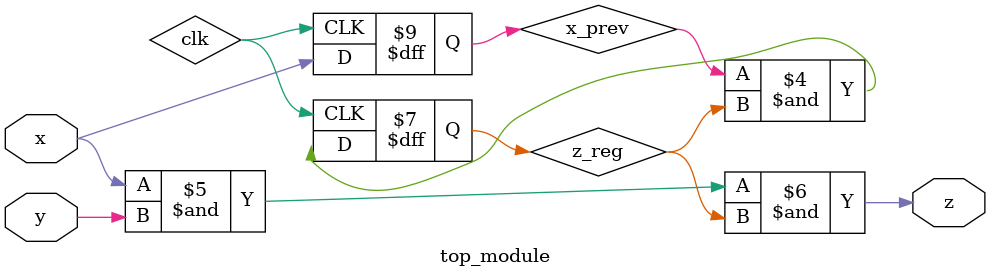
<source format=sv>
module top_module(
    input x,
    input y,
    output z);

// D flip-flop for storing the previous value of x
reg x_prev;
always @(posedge clk) begin
    x_prev <= x;
end

// D flip-flop for storing the previous value of y
reg y_prev;
always @(posedge clk) begin
    y_prev <= y;
end

// D flip-flop for storing the current value of z
reg z_reg;
always @(posedge clk) begin
    z_reg <= x_prev & z_reg;
end

// Assign output z
assign z = x & y & z_reg;

endmodule

</source>
